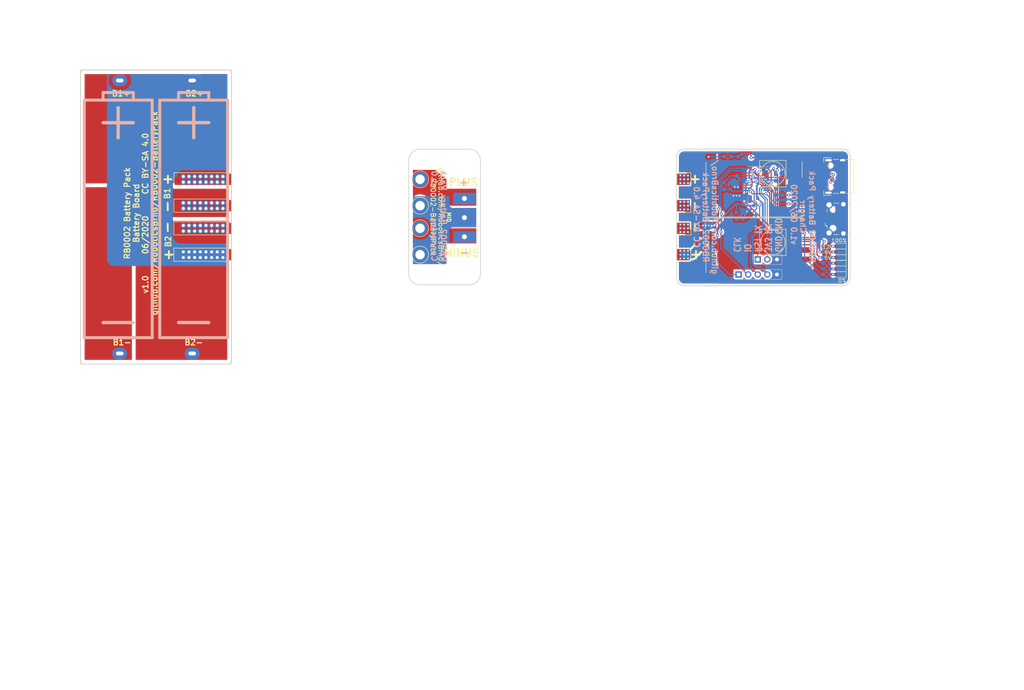
<source format=kicad_pcb>
(kicad_pcb (version 20211014) (generator pcbnew)
  (layers (0 "F.Cu" signal) (31 "B.Cu" signal) (34 "B.Paste" user) (35 "F.Paste" user) (36 "B.SilkS" user "B.Silkscreen") (37 "F.SilkS" user "F.Silkscreen") (38 "B.Mask" user) (39 "F.Mask" user) (44 "Edge.Cuts" user))
  (net 0 "")
  (net 1 "+3V3")
  (net 2 "GND")
  (net 3 "VBUS")
  (net 4 "Net-(D1-Pad2)")
  (net 5 "Net-(D2-Pad2)")
  (net 6 "Net-(D3-Pad2)")
  (net 7 "D+")
  (net 8 "D-")
  (net 9 "RST")
  (net 10 "SWCLK")
  (net 11 "SWDIO")
  (net 12 "RX")
  (net 13 "TX")
  (net 14 "Net-(J14-Pad1)")
  (net 15 "Net-(J16-Pad1)")
  (net 16 "Net-(R5-Pad1)")
  (net 17 "Net-(R6-Pad1)")
  (net 18 "Net-(R7-Pad1)")
  (net 19 "/VBUS_SENSE")
  (net 20 "/OUT+")
  (net 21 "/MID")
  (net 22 "/OUT-")
  (net 23 "/BP_B2+")
  (net 24 "/BP_B2-")
  (net 25 "/BP_B1-")
  (net 26 "/BP_B1+")
  (net 27 "BAT1+")
  (net 28 "Net-(D4-Pad2)")
  (net 29 "Net-(D5-Pad2)")
  (net 30 "Net-(D6-Pad2)")
  (net 31 "BAT2+")
  (net 32 "BAT2_V")
  (net 33 "BAT1_V")
  (net 34 "Net-(R14-Pad1)")
  (net 35 "Net-(R15-Pad1)")
  (net 36 "Net-(R16-Pad1)")
  (footprint "Connector_USB:USB_Micro-B_Wuerth_629105150521_CircularHoles" (layer "F.Cu") (at 230.25 70.5 90)
    (fp_text reference "J1" hide)
    (fp_text value "Mirco USB")
  )
  (footprint "batteryPack:2mm_Banana-Socket" (layer "F.Cu") (at 70 80 -90)
    (fp_text reference "J9" hide)
    (fp_text value "B2+")
  )
  (footprint "batteryPack:2mm_Banana-Socket" (layer "F.Cu") (at 70 60 -90)
    (fp_text reference "J10" hide)
    (fp_text value "B1+")
  )
  (footprint "batteryPack:2mm_Banana-Socket" (layer "F.Cu") (at 70 67 -90)
    (fp_text reference "J11" hide)
    (fp_text value "B1-")
  )
  (footprint "batteryPack:2mm_Banana-Socket" (layer "F.Cu") (at 70 73 -90)
    (fp_text reference "J12" hide)
    (fp_text value "B2-")
  )
  (footprint "batteryPack:USB_C_Female-16Pin-HPJF" (layer "F.Cu") (at 227.25 59.25 90)
    (fp_text reference "P1" hide)
    (fp_text value "USB-C")
  )
  (footprint "batteryPack:TP5100-Module" (layer "F.Cu") (at 208.5 79.25 180)
    (fp_text reference "U4" hide)
    (fp_text value "TP5100-Module")
  )
  (footprint "batteryPack:2mm_Banana-Vertical" (layer "F.Cu") (at 120 67)
    (fp_text reference "J3" hide)
    (fp_text value "B1-")
  )
  (footprint "batteryPack:2mm_Banana-Vertical" (layer "F.Cu") (at 120 80)
    (fp_text reference "J5" hide)
    (fp_text value "B2+")
  )
  (footprint "MountingHole:MountingHole_3.2mm_M3" (layer "F.Cu") (at 129 56)
    (fp_text reference "H1" hide)
    (fp_text value "MountingHole")
  )
  (footprint "MountingHole:MountingHole_3.2mm_M3" (layer "F.Cu") (at 129 84)
    (fp_text reference "H2" hide)
    (fp_text value "MountingHole")
  )
  (footprint "batteryPack:Terminal_1x03_P5.08mm_Horizontal" (layer "F.Cu") (at 131.75 75.25 90)
    (fp_text reference "J6" hide)
    (fp_text value "CableConnector")
  )
  (footprint "batteryPack:2mm_Banana-Vertical" (layer "F.Cu") (at 120 73)
    (fp_text reference "J4" hide)
    (fp_text value "B2-")
  )
  (footprint "batteryPack:2mm_Banana-Vertical" (layer "F.Cu") (at 120 60)
    (fp_text reference "J2" hide)
    (fp_text value "B1+")
  )
  (footprint "batteryPack:TP5100-Module" (layer "F.Cu") (at 208.5 61 180)
    (fp_text reference "U1" hide)
    (fp_text value "TP5100-Module")
  )
  (footprint "LED_SMD:LED_0603_1608Metric_Pad1.05x0.95mm_HandSolder" (layer "F.Cu") (at 231.25 77.75 180)
    (fp_text reference "D3" hide)
    (fp_text value "LED_12V")
  )
  (footprint "batteryPack:2mm_Banana-Plug" (layer "F.Cu") (at 188 67 90)
    (fp_text reference "J14" hide)
    (fp_text value "B1-")
  )
  (footprint "batteryPack:2mm_Banana-Plug" (layer "F.Cu") (at 188 60 90)
    (fp_text reference "J13" hide)
    (fp_text value "B1+")
  )
  (footprint "batteryPack:2mm_Banana-Plug" (layer "F.Cu") (at 188 73 90)
    (fp_text reference "J16" hide)
    (fp_text value "B2-")
  )
  (footprint "batteryPack:2mm_Banana-Plug" (layer "F.Cu") (at 188 80 90)
    (fp_text reference "J15" hide)
    (fp_text value "B2+")
  )
  (footprint "LED_SMD:LED_0603_1608Metric_Pad1.05x0.95mm_HandSolder" (layer "F.Cu") (at 231.25 79.25 180)
    (fp_text reference "D2" hide)
    (fp_text value "LED_9V")
  )
  (footprint "LED_SMD:LED_0603_1608Metric_Pad1.05x0.95mm_HandSolder" (layer "F.Cu") (at 231.25 82.25 180)
    (fp_text reference "D4" hide)
    (fp_text value "LED_40%")
  )
  (footprint "LED_SMD:LED_0603_1608Metric_Pad1.05x0.95mm_HandSolder" (layer "F.Cu") (at 231.25 83.75 180)
    (fp_text reference "D5" hide)
    (fp_text value "LED_20%")
  )
  (footprint "LED_SMD:LED_0603_1608Metric_Pad1.05x0.95mm_HandSolder" (layer "F.Cu") (at 231.25 85.25 180)
    (fp_text reference "D6" hide)
    (fp_text value "LED_0%")
  )
  (footprint "LED_SMD:LED_0603_1608Metric_Pad1.05x0.95mm_HandSolder" (layer "F.Cu") (at 231.25 80.75 180)
    (fp_text reference "D1" hide)
    (fp_text value "LED_5V")
  )
  (footprint "batteryPack:BAT_BK-18650-PC4" (layer "B.Cu") (at 50 70 -90)
    (fp_text reference "BT1" hide)
    (fp_text value "BK-18650-PC4")
  )
  (footprint "Capacitor_SMD:C_0603_1608Metric_Pad1.05x0.95mm_HandSolder" (layer "B.Cu") (at 204 60 90)
    (fp_text reference "C1" hide)
    (fp_text value "470n")
  )
  (footprint "Capacitor_SMD:C_0603_1608Metric_Pad1.05x0.95mm_HandSolder" (layer "B.Cu") (at 205.75 65.75 -90)
    (fp_text reference "C2" hide)
    (fp_text value "470n")
  )
  (footprint "Connector_PinHeader_2.54mm:PinHeader_1x05_P2.54mm_Vertical" (layer "B.Cu") (at 204.42 85.25 -90)
    (fp_text reference "J7" hide)
    (fp_text value "SWD")
  )
  (footprint "Connector_PinHeader_2.54mm:PinHeader_1x03_P2.54mm_Vertical" (layer "B.Cu") (at 209.5 81.25 -90)
    (fp_text reference "J8" hide)
    (fp_text value "UART")
  )
  (footprint "Resistor_SMD:R_0603_1608Metric_Pad1.05x0.95mm_HandSolder" (layer "B.Cu") (at 200.5 61.75 -90)
    (fp_text reference "R1" hide)
    (fp_text value "10k")
  )
  (footprint "Resistor_SMD:R_0603_1608Metric_Pad1.05x0.95mm_HandSolder" (layer "B.Cu") (at 202.25 61.75 90)
    (fp_text reference "R2" hide)
    (fp_text value "2k4")
  )
  (footprint "Resistor_SMD:R_0603_1608Metric_Pad1.05x0.95mm_HandSolder" (layer "B.Cu") (at 214.25 63.25 -90)
    (fp_text reference "R3" hide)
    (fp_text value "10k")
  )
  (footprint "Resistor_SMD:R_0603_1608Metric_Pad1.05x0.95mm_HandSolder" (layer "B.Cu") (at 216 63.25 90)
    (fp_text reference "R4" hide)
    (fp_text value "2k4")
  )
  (footprint "Resistor_SMD:R_0603_1608Metric_Pad1.05x0.95mm_HandSolder" (layer "B.Cu") (at 214.25 59.5 -90)
    (fp_text reference "R8" hide)
    (fp_text value "62k")
  )
  (footprint "Resistor_SMD:R_0603_1608Metric_Pad1.05x0.95mm_HandSolder" (layer "B.Cu") (at 216 59.5 90)
    (fp_text reference "R9" hide)
    (fp_text value "10k")
  )
  (footprint "Resistor_SMD:R_0603_1608Metric_Pad1.05x0.95mm_HandSolder" (layer "B.Cu") (at 227.75 80.75)
    (fp_text reference "R5" hide)
    (fp_text value "1k")
  )
  (footprint "Package_SO:TSSOP-20_4.4x6.5mm_P0.65mm" (layer "B.Cu") (at 208.75 60 180)
    (fp_text reference "U2" hide)
    (fp_text value "STM32F030F4Px")
  )
  (footprint "Resistor_SMD:R_0603_1608Metric_Pad1.05x0.95mm_HandSolder" (layer "B.Cu") (at 227.75 77.75)
    (fp_text reference "R7" hide)
    (fp_text value "1k")
  )
  (footprint "Resistor_SMD:R_0603_1608Metric_Pad1.05x0.95mm_HandSolder" (layer "B.Cu") (at 203.85 69.65 -90)
    (fp_text reference "R10" hide)
    (fp_text value "10k")
  )
  (footprint "Resistor_SMD:R_0603_1608Metric_Pad1.05x0.95mm_HandSolder" (layer "B.Cu") (at 205.55 69.65 90)
    (fp_text reference "R11" hide)
    (fp_text value "20k")
  )
  (footprint "Resistor_SMD:R_0603_1608Metric_Pad1.05x0.95mm_HandSolder" (layer "B.Cu") (at 201.55 53.95)
    (fp_text reference "R12" hide)
    (fp_text value "10k")
  )
  (footprint "Resistor_SMD:R_0603_1608Metric_Pad1.05x0.95mm_HandSolder" (layer "B.Cu") (at 205.25 53.95)
    (fp_text reference "R13" hide)
    (fp_text value "20k")
  )
  (footprint "Resistor_SMD:R_0603_1608Metric_Pad1.05x0.95mm_HandSolder" (layer "B.Cu") (at 227.75 82.25)
    (fp_text reference "R14" hide)
    (fp_text value "1k")
  )
  (footprint "Resistor_SMD:R_0603_1608Metric_Pad1.05x0.95mm_HandSolder" (layer "B.Cu") (at 227.75 83.75)
    (fp_text reference "R15" hide)
    (fp_text value "1k")
  )
  (footprint "Resistor_SMD:R_0603_1608Metric_Pad1.05x0.95mm_HandSolder" (layer "B.Cu") (at 227.75 85.25)
    (fp_text reference "R16" hide)
    (fp_text value "1k")
  )
  (footprint "Package_TO_SOT_SMD:SOT-23" (layer "B.Cu") (at 208.5 66 -90)
    (fp_text reference "U3" hide)
    (fp_text value "XC6206P332MR")
  )
  (footprint "Resistor_SMD:R_0603_1608Metric_Pad1.05x0.95mm_HandSolder" (layer "B.Cu") (at 227.75 79.25)
    (fp_text reference "R6" hide)
    (fp_text value "1k")
  )
  (gr_line (start 69 39) (end 69 102) (layer "B.SilkS") (width 0.8))
  (gr_line (start 56 45) (end 64 45) (layer "B.SilkS") (width 0.8))
  (gr_line (start 64 37) (end 64 39) (layer "B.SilkS") (width 0.8))
  (gr_line (start 60 41) (end 60 49) (layer "B.SilkS") (width 0.8))
  (gr_line (start 56 37) (end 64 37) (layer "B.SilkS") (width 0.8))
  (gr_line (start 56 39) (end 56 37) (layer "B.SilkS") (width 0.8))
  (gr_line (start 51 102) (end 51 39) (layer "B.SilkS") (width 0.8))
  (gr_line (start 69 102) (end 51 102) (layer "B.SilkS") (width 0.8))
  (gr_line (start 51 39) (end 69 39) (layer "B.SilkS") (width 0.8))
  (gr_line (start 56 98) (end 64 98) (layer "B.SilkS") (width 0.8))
  (gr_line (start 36 45) (end 44 45) (layer "B.SilkS") (width 0.8))
  (gr_line (start 40 41) (end 40 49) (layer "B.SilkS") (width 0.8))
  (gr_line (start 31 39) (end 49 39) (layer "B.SilkS") (width 0.8))
  (gr_line (start 36 37) (end 44 37) (layer "B.SilkS") (width 0.8))
  (gr_line (start 31 102) (end 31 39) (layer "B.SilkS") (width 0.8))
  (gr_line (start 49 39) (end 49 102) (layer "B.SilkS") (width 0.8))
  (gr_line (start 49 102) (end 31 102) (layer "B.SilkS") (width 0.8))
  (gr_line (start 36 98) (end 44 98) (layer "B.SilkS") (width 0.8))
  (gr_line (start 44 37) (end 44 39) (layer "B.SilkS") (width 0.8))
  (gr_line (start 36 39) (end 36 37) (layer "B.SilkS") (width 0.8))
  (gr_line (start 35.975 45) (end 43.975 45) (layer "F.SilkS") (width 0.8))
  (gr_line (start 39.975 49) (end 39.975 41) (layer "F.SilkS") (width 0.8))
  (gr_line (start 60.025 48.975) (end 60.025 40.975) (layer "F.SilkS") (width 0.8))
  (gr_line (start 56.025 44.975) (end 64.025 44.975) (layer "F.SilkS") (width 0.8))
  (gr_line (start 55.975 98) (end 63.975 98) (layer "F.SilkS") (width 0.8))
  (gr_line (start 36 98) (end 44 98) (layer "F.SilkS") (width 0.8))
  (gr_line (start 234 54) (end 234 86.25) (layer "Edge.Cuts") (width 0.2))
  (gr_line (start 136 55) (end 136 85) (layer "Edge.Cuts") (width 0.2))
  (gr_line (start 117 85) (end 117 55) (layer "Edge.Cuts") (width 0.2))
  (gr_line (start 120 52) (end 133 52) (layer "Edge.Cuts") (width 0.2))
  (gr_line (start 133 88) (end 120 88) (layer "Edge.Cuts") (width 0.2))
  (gr_arc (start 136 85) (mid 135.12132 87.12132) (end 133 88) (layer "Edge.Cuts") (width 0.2))
  (gr_arc (start 120 88) (mid 117.87868 87.12132) (end 117 85) (layer "Edge.Cuts") (width 0.2))
  (gr_arc (start 117 55) (mid 117.87868 52.87868) (end 120 52) (layer "Edge.Cuts") (width 0.2))
  (gr_arc (start 31 109) (mid 30.292893 108.707107) (end 30 108) (layer "Edge.Cuts") (width 0.2))
  (gr_arc (start 30 32) (mid 30.292893 31.292893) (end 31 31) (layer "Edge.Cuts") (width 0.2))
  (gr_arc (start 69 31) (mid 69.707107 31.292893) (end 70 32) (layer "Edge.Cuts") (width 0.2))
  (gr_arc (start 232 52) (mid 233.414214 52.585786) (end 234 54) (layer "Edge.Cuts") (width 0.2))
  (gr_arc (start 188 54) (mid 188.585786 52.585786) (end 190 52) (layer "Edge.Cuts") (width 0.2))
  (gr_arc (start 190 88.25) (mid 188.585786 87.664214) (end 188 86.25) (layer "Edge.Cuts") (width 0.2))
  (gr_arc (start 234 86.25) (mid 233.414214 87.664214) (end 232 88.25) (layer "Edge.Cuts") (width 0.2))
  (gr_line (start 69 31) (end 31 31) (layer "Edge.Cuts") (width 0.2))
  (gr_line (start 31 109) (end 69 109) (layer "Edge.Cuts") (width 0.2))
  (gr_arc (start 70 108) (mid 69.707107 108.707107) (end 69 109) (layer "Edge.Cuts") (width 0.2))
  (gr_line (start 190 52) (end 232 52) (layer "Edge.Cuts") (width 0.2))
  (gr_arc (start 133 52) (mid 135.12132 52.87868) (end 136 55) (layer "Edge.Cuts") (width 0.2))
  (gr_line (start 232 88.25) (end 190 88.25) (layer "Edge.Cuts") (width 0.2))
  (gr_line (start 70 32) (end 70 108) (layer "Edge.Cuts") (width 0.2))
  (gr_line (start 188 86.25) (end 188 54) (layer "Edge.Cuts") (width 0.2))
  (gr_line (start 30 32) (end 30 108) (layer "Edge.Cuts") (width 0.2))
  (gr_text "GND\nRX\nTX" (at 212.25 74.75 270) (layer "B.SilkS") (effects (font (size 1.7 1.4) (thickness 0.3)) (justify left mirror)))
  (gr_text "github.com/RoboticsBrno/\nRB0002-BatteryPack\nCC BY-SA 4.0" (at 195.709 70.037 270) (layer "B.SilkS") (effects (font (size 1.5 1.5) (thickness 0.3)) (justify mirror)))
  (gr_text "RB0002 Battery Pack\nConnector       v1.0" (at 125 69.75 270) (layer "B.SilkS") (effects (font (size 1.5 1.5) (thickness 0.3)) (justify mirror)))
  (gr_text "RB0002 Battery Pack\nCharger\n v1.0 06/2020" (at 221.49 69.91 270) (layer "B.SilkS") (effects (font (size 1.5 1.5) (thickness 0.3)) (justify mirror)))
  (gr_text "+" (at 131.574 60.766) (layer "B.SilkS") (effects (font (size 2 2) (thickness 0.4)) (justify mirror)))
  (gr_text "-" (at 131.955 79.435) (layer "B.SilkS") (effects (font (size 2 2) (thickness 0.4)) (justify mirror)))
  (gr_text "GND\n3V3\nRST\nIO\nCLK" (at 209.5 79.5 270) (layer "B.SilkS") (effects (font (size 1.7 1.4) (thickness 0.3)) (justify left mirror)))
  (gr_text "MINUS" (at 131 79.5) (layer "F.SilkS") (effects (font (size 2 2) (thickness 0.4))))
  (gr_text "+" (at 53 60 90) (layer "F.SilkS") (effects (font (size 2.5 2.5) (thickness 0.5))))
  (gr_text "_" (at 51.75 67.25 90) (layer "F.SilkS") (effects (font (size 2.5 2.5) (thickness 0.5))))
  (gr_text "_" (at 51.75 72.75 90) (layer "F.SilkS") (effects (font (size 2.5 2.5) (thickness 0.5))))
  (gr_text "+" (at 53.25 80 90) (layer "F.SilkS") (effects (font (size 2.5 2.5) (thickness 0.5))))
  (gr_text "B2" (at 53.25 76.5 90) (layer "F.SilkS") (effects (font (size 1.5 1.5) (thickness 0.3))))
  (gr_text "B1" (at 53 63.75 90) (layer "F.SilkS") (effects (font (size 1.5 1.5) (thickness 0.3))))
  (gr_text "B2+" (at 60.25 37.25) (layer "F.SilkS") (effects (font (size 1.5 1.5) (thickness 0.3))))
  (gr_text "B2-" (at 60 103.25) (layer "F.SilkS") (effects (font (size 1.5 1.5) (thickness 0.3))))
  (gr_text "B1-" (at 41 103.25) (layer "F.SilkS") (effects (font (size 1.5 1.5) (thickness 0.3))))
  (gr_text "github.com/RoboticsBrno/\nRB0002-BatteryPack" (at 124.5 70 270) (layer "F.SilkS") (effects (font (size 1.3 1.3) (thickness 0.2))))
  (gr_text "0%" (at 231.85 86.85) (layer "F.SilkS") (effects (font (size 1 1))))
  (gr_text "_" (at 191.45 67.25 90) (layer "F.SilkS") (effects (font (size 2.5 2.5) (thickness 0.5))))
  (gr_text "+" (at 192.7 60 90) (layer "F.SilkS") (effects (font (size 2.5 2.5) (thickness 0.5))))
  (gr_text "_" (at 191.45 72.75 90) (layer "F.SilkS") (effects (font (size 2.5 2.5) (thickness 0.5))))
  (gr_text "+" (at 192.95 80 90) (layer "F.SilkS") (effects (font (size 2.5 2.5) (thickness 0.5))))
  (gr_text "MID" (at 127.637 70.037 270) (layer "F.SilkS") (effects (font (size 1 1) (thickness 0.25))))
  (gr_text "B1+" (at 40.75 37.25) (layer "F.SilkS") (effects (font (size 1.5 1.5) (thickness 0.3))))
  (gr_text "12V\n9V\n5V\n" (at 228.05 79.45) (layer "F.SilkS") (effects (font (size 0.9 1))))
  (gr_text "PLUS" (at 131.5 60.75) (layer "F.SilkS") (effects (font (size 2 2) (thickness 0.4))))
  (gr_text "100%" (at 231.05 76.25) (layer "F.SilkS") (effects (font (size 1 1))))
  (gr_text "RB0002 Battery Pack\nBattery Board\nv1.0     06/2020     CC BY-SA 4.0\ngithub.com/RoboticsBrno/RB0002-BatteryPack" (at 46 69 90) (layer "F.SilkS") (effects (font (size 1.5 1.5) (thickness 0.3))))
  (segment (start 209.849507 60.298049) (end 209.301458 59.75) (width 0.5) (layer "B.Cu") (net 1))
  (segment (start 212 85) (end 210.25 83.25) (width 0.5) (layer "B.Cu") (net 1))
  (segment (start 216.5 59.5) (end 216.82501 59.82501) (width 0.3) (layer "B.Cu") (net 1))
  (segment (start 211.6125 59.675) (end 212.45 59.675) (width 0.3) (layer "B.Cu") (net 1))
  (segment (start 207.947625 59.861805) (end 209.138195 59.861805) (width 0.25) (layer "B.Cu") (net 1))
  (segment (start 209.301458 59.75) (end 209.25 59.75) (width 0.5) (layer "B.Cu") (net 1))
  (segment (start 204.55 59.675) (end 205.8875 59.675) (width 0.3) (layer "B.Cu") (net 1))
  (segment (start 212.45 59.675) (end 212.625 59.5) (width 0.3) (layer "B.Cu") (net 1))
  (segment (start 209.290589 59.709411) (end 210.562355 59.709411) (width 0.25) (layer "B.Cu") (net 1))
  (segment (start 210.850012 66.450012) (end 209.45 65.05) (width 0.5) (layer "B.Cu") (net 1))
  (segment (start 209.249979 61.685047) (end 209.849507 61.085519) (width 0.5) (layer "B.Cu") (net 1))
  (segment (start 216.82501 59.82501) (end 216.82501 60.92499) (width 0.3) (layer "B.Cu") (net 1))
  (segment (start 200.5 60.875) (end 202.25 59.125) (width 0.3) (layer "B.Cu") (net 1))
  (segment (start 212.625 59.5) (end 216.5 59.5) (width 0.3) (layer "B.Cu") (net 1))
  (segment (start 216.49999 61.25001) (end 215.37499 61.25001) (width 0.3) (layer "B.Cu") (net 1))
  (segment (start 214.749072 61.875928) (end 214.25 62.375) (width 0.3) (layer "B.Cu") (net 1))
  (segment (start 212 85.25) (end 212 85) (width 0.5) (layer "B.Cu") (net 1))
  (segment (start 202.25 59.125) (end 204 59.125) (width 0.3) (layer "B.Cu") (net 1))
  (segment (start 204 59.125) (end 204.55 59.675) (width 0.3) (layer "B.Cu") (net 1))
  (segment (start 215.37499 61.25001) (end 214.749072 61.875928) (width 0.3) (layer "B.Cu") (net 1))
  (segment (start 209.249979 64.799979) (end 209.249979 61.685047) (width 0.5) (layer "B.Cu") (net 1))
  (segment (start 209.138195 59.861805) (end 209.25 59.75) (width 0.25) (layer "B.Cu") (net 1))
  (segment (start 207.76082 59.675) (end 207.947625 59.861805) (width 0.25) (layer "B.Cu") (net 1))
  (segment (start 210.562355 59.709411) (end 211.675 59.675) (width 0.25) (layer "B.Cu") (net 1))
  (segment (start 209.849507 61.085519) (end 209.849507 60.298049) (width 0.5) (layer "B.Cu") (net 1))
  (segment (start 208.199999 82.460001) (end 208.199999 75.250001) (width 0.5) (layer "B.Cu") (net 1))
  (segment (start 210.25 83.25) (end 208.989998 83.25) (width 0.5) (layer "B.Cu") (net 1))
  (segment (start 208.199999 75.250001) (end 210.850012 72.599988) (width 0.5) (layer "B.Cu") (net 1))
  (segment (start 209.25 59.75) (end 209.290589 59.709411) (width 0.25) (layer "B.Cu") (net 1))
  (segment (start 209.45 65.05) (end 209.45 65) (width 0.5) (layer "B.Cu") (net 1))
  (segment (start 205.8875 59.675) (end 207.76082 59.675) (width 0.25) (layer "B.Cu") (net 1))
  (segment (start 216.82501 60.92499) (end 216.49999 61.25001) (width 0.3) (layer "B.Cu") (net 1))
  (segment (start 209.45 65) (end 209.249979 64.799979) (width 0.5) (layer "B.Cu") (net 1))
  (segment (start 208.989998 83.25) (end 208.199999 82.460001) (width 0.5) (layer "B.Cu") (net 1))
  (segment (start 210.850012 72.599988) (end 210.850012 66.450012) (width 0.5) (layer "B.Cu") (net 1))
  (segment (start 228.35 66.825) (end 228.4 66.775) (width 0.25) (layer "F.Cu") (net 2))
  (segment (start 227.25 62.6) (end 227.25 62.3) (width 0.25) (layer "F.Cu") (net 2))
  (segment (start 227.25 56.2) (end 227.25 55.9) (width 0.25) (layer "F.Cu") (net 2))
  (segment (start 228.35 69.2) (end 228.35 66.825) (width 0.25) (layer "F.Cu") (net 2))
  (via (at 219.75 67.5) (size 0.8) (drill 0.4) (layers "F.Cu" "B.Cu") (net 2))
  (via (at 219.75 68.5) (size 0.8) (drill 0.4) (layers "F.Cu" "B.Cu") (net 2))
  (via (at 220.75 67.5) (size 0.8) (drill 0.4) (layers "F.Cu" "B.Cu") (net 2))
  (via (at 220.75 68.5) (size 0.8) (drill 0.4) (layers "F.Cu" "B.Cu") (net 2))
  (via (at 221.75 67.5) (size 0.8) (drill 0.4) (layers "F.Cu" "B.Cu") (net 2))
  (via (at 204.65 64.35) (size 0.8) (drill 0.4) (layers "F.Cu" "B.Cu") (net 2))
  (via (at 210.15 56.65) (size 0.8) (drill 0.4) (layers "F.Cu" "B.Cu") (net 2))
  (via (at 221.75 68.5) (size 0.8) (drill 0.4) (layers "F.Cu" "B.Cu") (net 2))
  (via (at 203.85 64.35) (size 0.8) (drill 0.4) (layers "F.Cu" "B.Cu") (net 2))
  (via (at 203.37497 62) (size 0.8) (drill 0.4) (layers "F.Cu" "B.Cu") (net 2))
  (via (at 208.45 69.85) (size 0.8) (drill 0.4) (layers "F.Cu" "B.Cu") (net 2))
  (via (at 206.65 68.55) (size 0.8) (drill 0.4) (layers "F.Cu" "B.Cu") (net 2))
  (via (at 216.050004 57.45) (size 0.8) (drill 0.4) (layers "F.Cu" "B.Cu") (net 2))
  (via (at 204.25 62.05) (size 0.8) (drill 0.4) (layers "F.Cu" "B.Cu") (net 2))
  (via (at 203.05 64.35) (size 0.8) (drill 0.4) (layers "F.Cu" "B.Cu") (net 2))
  (segment (start 204 61.4) (end 203.4 62) (width 0.3) (layer "B.Cu") (net 2))
  (segment (start 216 57.500004) (end 216.050004 57.45) (width 0.3) (layer "B.Cu") (net 2))
  (segment (start 218 62.25) (end 217.875 62.375) (width 0.25) (layer "B.Cu") (net 2))
  (segment (start 204.55 60.325) (end 204 60.875) (width 0.3) (layer "B.Cu") (net 2))
  (segment (start 205.55 68.775) (end 206.425 68.775) (width 0.3) (layer "B.Cu") (net 2))
  (segment (start 210.575 57.075) (end 210.15 56.65) (width 0.3) (layer "B.Cu") (net 2))
  (segment (start 218 60.15) (end 218 62.25) (width 0.25) (layer "B.Cu") (net 2))
  (segment (start 206.425 68.775) (end 206.65 68.55) (width 0.3) (layer "B.Cu") (net 2))
  (segment (start 206.625 64.25) (end 206.625 65.125) (width 0.5) (layer "B.Cu") (net 2))
  (segment (start 217.875 62.375) (end 216 62.375) (width 0.25) (layer "B.Cu") (net 2))
  (segment (start 206.625 65.725) (end 207 66.1) (width 0.5) (layer "B.Cu") (net 2))
  (segment (start 206.625 65.125) (end 206.625 65.725) (width 0.5) (layer "B.Cu") (net 2))
  (segment (start 205.8875 60.325) (end 204.55 60.325) (width 0.3) (layer "B.Cu") (net 2))
  (segment (start 216 58.625) (end 216 57.500004) (width 0.3) (layer "B.Cu") (net 2))
  (segment (start 216.475 58.625) (end 218 60.15) (width 0.25) (layer "B.Cu") (net 2))
  (segment (start 211.6125 57.075) (end 210.575 57.075) (width 0.3) (layer "B.Cu") (net 2))
  (segment (start 217.71728 62.375) (end 218.09228 62) (width 0.3) (layer "B.Cu") (net 2))
  (segment (start 216 58.625) (end 216.475 58.625) (width 0.25) (layer "B.Cu") (net 2))
  (segment (start 216 62.375) (end 217.71728 62.375) (width 0.3) (layer "B.Cu") (net 2))
  (segment (start 203.4 62) (end 203.37497 62) (width 0.3) (layer "B.Cu") (net 2))
  (segment (start 204 60.875) (end 204 61.4) (width 0.3) (layer "B.Cu") (net 2))
  (segment (start 202.25 60.875) (end 204 60.875) (width 0.3) (layer "B.Cu") (net 2))
  (segment (start 216.100011 59.767991) (end 216.100011 68.850011) (width 2) (layer "F.Cu") (net 3))
  (segment (start 220.361283 72.25) (end 219.5 72.25) (width 2) (layer "F.Cu") (net 3))
  (segment (start 219.5 56.368002) (end 216.100011 59.767991) (width 2) (layer "F.Cu") (net 3))
  (segment (start 219.5 54) (end 219.5 56.368002) (width 2) (layer "F.Cu") (net 3))
  (segment (start 216.100011 68.850011) (end 219.5 72.25) (width 2) (layer "F.Cu") (net 3))
  (segment (start 219.5 54) (end 217.647514 54) (width 0.3) (layer "F.Cu") (net 3))
  (segment (start 214.629659 57.017855) (end 214.629659 57.58354) (width 0.3) (layer "F.Cu") (net 3))
  (segment (start 217.647514 54) (end 214.629659 57.017855) (width 0.3) (layer "F.Cu") (net 3))
  (via (at 214.629659 57.58354) (size 0.8) (drill 0.4) (layers "F.Cu" "B.Cu") (net 3))
  (segment (start 214.25 57.963199) (end 214.629659 57.58354) (width 0.3) (layer "B.Cu") (net 3))
  (segment (start 214.25 58.625) (end 214.25 57.963199) (width 0.3) (layer "B.Cu") (net 3))
  (segment (start 229.5 80.75) (end 230.5 80.75) (width 0.25) (layer "F.Cu") (net 4))
  (via (at 229.5 80.75) (size 0.8) (drill 0.4) (layers "F.Cu" "B.Cu") (net 4))
  (segment (start 228.625 80.75) (end 229.5 80.75) (width 0.25) (layer "B.Cu") (net 4))
  (segment (start 230.375 79.25) (end 229.5 79.25) (width 0.25) (layer "F.Cu") (net 5))
  (via (at 229.5 79.25) (size 0.8) (drill 0.4) (layers "F.Cu" "B.Cu") (net 5))
  (segment (start 229.5 79.25) (end 228.5 79.25) (width 0.25) (layer "B.Cu") (net 5))
  (segment (start 230.25 77.75) (end 230.5 77.75) (width 0.25) (layer "F.Cu") (net 6))
  (segment (start 229.5 77.75) (end 230.25 77.75) (width 0.25) (layer "F.Cu") (net 6))
  (via (at 229.5 77.75) (size 0.8) (drill 0.4) (layers "F.Cu" "B.Cu") (net 6))
  (segment (start 228.625 77.75) (end 229.5 77.75) (width 0.25) (layer "B.Cu") (net 6))
  (segment (start 228.844212 60.73315) (end 228.844212 60.155788) (width 0.25) (layer "F.Cu") (net 7))
  (segment (start 224.5 64.914998) (end 223.777679 64.192677) (width 0.25) (layer "F.Cu") (net 7))
  (segment (start 223.777679 64.192677) (end 218.265706 64.192677) (width 0.25) (layer "F.Cu") (net 7))
  (segment (start 227.25 58.5) (end 229.25 58.5) (width 0.25) (layer "F.Cu") (net 7))
  (segment (start 229 60) (end 228.485003 59.5) (width 0.25) (layer "F.Cu") (net 7))
  (segment (start 229.25 58.5) (end 229.5 58.75) (width 0.25) (layer "F.Cu") (net 7))
  (segment (start 230.175001 61.189998) (end 229 60) (width 0.25) (layer "F.Cu") (net 7))
  (segment (start 218.265706 64.192677) (end 217.700021 64.192677) (width 0.25) (layer "F.Cu") (net 7))
  (segment (start 229.25 70.5) (end 230.175001 69.574999) (width 0.25) (layer "F.Cu") (net 7))
  (segment (start 228.844212 60.155788) (end 229 60) (width 0.25) (layer "F.Cu") (net 7))
  (segment (start 228.485003 59.5) (end 227.25 59.5) (width 0.25) (layer "F.Cu") (net 7))
  (segment (start 228.35 70.5) (end 229.25 70.5) (width 0.25) (layer "F.Cu") (net 7))
  (segment (start 227.45 70.5) (end 224.5 67.55) (width 0.25) (layer "F.Cu") (net 7))
  (segment (start 230.175001 69.574999) (end 230.175001 61.189998) (width 0.25) (layer "F.Cu") (net 7))
  (segment (start 228.35 70.5) (end 227.45 70.5) (width 0.25) (layer "F.Cu") (net 7))
  (segment (start 224.5 67.55) (end 224.5 64.914998) (width 0.25) (layer "F.Cu") (net 7))
  (via (at 217.700021 64.192677) (size 0.8) (drill 0.4) (layers "F.Cu" "B.Cu") (net 7))
  (via (at 229.5 58.75) (size 0.8) (drill 0.4) (layers "F.Cu" "B.Cu") (net 7))
  (via (at 228.844212 60.73315) (size 0.8) (drill 0.4) (layers "F.Cu" "B.Cu") (net 7))
  (segment (start 214.25 64.125) (end 216 64.125) (width 0.3) (layer "B.Cu") (net 7))
  (segment (start 217.632344 64.125) (end 217.700021 64.192677) (width 0.25) (layer "B.Cu") (net 7))
  (segment (start 211.6125 62.925) (end 213.05 62.925) (width 0.3) (layer "B.Cu") (net 7))
  (segment (start 216 64.125) (end 217.632344 64.125) (width 0.25) (layer "B.Cu") (net 7))
  (segment (start 213.05 62.925) (end 213.750928 63.625928) (width 0.3) (layer "B.Cu") (net 7))
  (segment (start 229.5 58.75) (end 229.5 60.077362) (width 0.25) (layer "B.Cu") (net 7))
  (segment (start 229.5 60.077362) (end 228.844212 60.73315) (width 0.25) (layer "B.Cu") (net 7))
  (segment (start 213.750928 63.625928) (end 214.25 64.125) (width 0.3) (layer "B.Cu") (net 7))
  (segment (start 208.051124 63.821818) (end 207.558248 63.328942) (width 0.25) (layer "F.Cu") (net 8))
  (segment (start 227.25 59) (end 228.636411 59) (width 0.25) (layer "F.Cu") (net 8))
  (segment (start 227.45 71.15) (end 224.04999 67.74999) (width 0.25) (layer "F.Cu") (net 8))
  (segment (start 224.04999 66.92499) (end 223.70001 66.57501) (width 0.25) (layer "F.Cu") (net 8))
  (segment (start 224.04999 67.74999) (end 224.04999 66.92499) (width 0.25) (layer "F.Cu") (net 8))
  (segment (start 225.924999 59.075001) (end 225.924999 59.924999) (width 0.25) (layer "F.Cu") (net 8))
  (segment (start 229.25 71.15) (end 228.35 71.15) (width 0.25) (layer "F.Cu") (net 8))
  (segment (start 226 59) (end 225.924999 59.075001) (width 0.25) (layer "F.Cu") (net 8))
  (segment (start 223.70001 66.57501) (end 217.78519 66.57501) (width 0.25) (layer "F.Cu") (net 8))
  (segment (start 226 60) (end 227.25 60) (width 0.25) (layer "F.Cu") (net 8))
  (segment (start 230.625012 60.988601) (end 230.625012 69.774988) (width 0.25) (layer "F.Cu") (net 8))
  (segment (start 228.35 71.15) (end 227.45 71.15) (width 0.25) (layer "F.Cu") (net 8))
  (segment (start 230.625012 69.774988) (end 229.25 71.15) (width 0.25) (layer "F.Cu") (net 8))
  (segment (start 228.636411 59) (end 230.625012 60.988601) (width 0.25) (layer "F.Cu") (net 8))
  (segment (start 211.64926 63.821818) (end 208.051124 63.821818) (width 0.25) (layer "F.Cu") (net 8))
  (segment (start 227.25 59) (end 226 59) (width 0.25) (layer "F.Cu") (net 8))
  (segment (start 217.78519 66.57501) (end 217.700021 66.489841) (width 0.25) (layer "F.Cu") (net 8))
  (segment (start 225.924999 59.924999) (end 226 60) (width 0.25) (layer "F.Cu") (net 8))
  (via (at 207.558248 63.328942) (size 0.8) (drill 0.4) (layers "F.Cu" "B.Cu") (net 8))
  (via (at 217.700021 66.489841) (size 0.8) (drill 0.4) (layers "F.Cu" "B.Cu") (net 8))
  (via (at 211.64926 63.821818) (size 0.8) (drill 0.4) (layers "F.Cu" "B.Cu") (net 8))
  (segment (start 207.154306 62.925) (end 207.558248 63.328942) (width 0.25) (layer "B.Cu") (net 8))
  (segment (start 217.700021 66.489841) (end 214.317283 66.489841) (width 0.25) (layer "B.Cu") (net 8))
  (segment (start 205.8875 62.925) (end 205.61679 63.19571) (width 0.3) (layer "B.Cu") (net 8))
  (segment (start 200.5 62.625) (end 202.25 62.625) (width 0.3) (layer "B.Cu") (net 8))
  (segment (start 212.049259 64.221817) (end 211.64926 63.821818) (width 0.25) (layer "B.Cu") (net 8))
  (segment (start 205.61679 63.19571) (end 202.82071 63.19571) (width 0.3) (layer "B.Cu") (net 8))
  (segment (start 202.82071 63.19571) (end 202.749072 63.124072) (width 0.3) (layer "B.Cu") (net 8))
  (segment (start 205.8875 62.925) (end 207.154306 62.925) (width 0.25) (layer "B.Cu") (net 8))
  (segment (start 202.749072 63.124072) (end 202.25 62.625) (width 0.3) (layer "B.Cu") (net 8))
  (segment (start 214.317283 66.489841) (end 212.049259 64.221817) (width 0.25) (layer "B.Cu") (net 8))
  (segment (start 210.00001 66.848674) (end 209.148674 66.848674) (width 0.3) (layer "F.Cu") (net 9))
  (segment (start 207.971855 61.805331) (end 207.971855 60.269192) (width 0.3) (layer "F.Cu") (net 9))
  (segment (start 206.808246 62.96894) (end 207.971855 61.805331) (width 0.3) (layer "F.Cu") (net 9))
  (segment (start 207.203999 59.501336) (end 207.203999 57.896001) (width 0.3) (layer "F.Cu") (net 9))
  (segment (start 207.203999 57.896001) (end 207.659393 57.440607) (width 0.3) (layer "F.Cu") (net 9))
  (segment (start 206.808246 64.508246) (end 206.808246 62.96894) (width 0.3) (layer "F.Cu") (net 9))
  (segment (start 209.148674 66.848674) (end 206.808246 64.508246) (width 0.3) (layer "F.Cu") (net 9))
  (segment (start 207.659393 57.440607) (end 208.755807 57.440607) (width 0.3) (layer "F.Cu") (net 9))
  (segment (start 207.971855 60.269192) (end 207.203999 59.501336) (width 0.3) (layer "F.Cu") (net 9))
  (via (at 208.755807 57.440607) (size 0.8) (drill 0.4) (layers "F.Cu" "B.Cu") (net 9))
  (via (at 210.00001 66.848674) (size 0.8) (drill 0.4) (layers "F.Cu" "B.Cu") (net 9))
  (segment (start 208.755807 58.021492) (end 208.755807 58.006292) (width 0.3) (layer "B.Cu") (net 9))
  (segment (start 209.5 85.25) (end 207.599988 83.349988) (width 0.3) (layer "B.Cu") (net 9))
  (segment (start 211.75 59.05) (end 209.784315 59.05) (width 0.3) (layer "B.Cu") (net 9))
  (segment (start 210.00001 72.49999) (end 210.00001 67.414359) (width 0.3) (layer "B.Cu") (net 9))
  (segment (start 208.755807 58.006292) (end 208.755807 57.440607) (width 0.3) (layer "B.Cu") (net 9))
  (segment (start 210.00001 67.414359) (end 210.00001 66.848674) (width 0.3) (layer "B.Cu") (net 9))
  (segment (start 207.599988 83.349988) (end 207.599988 74.900012) (width 0.3) (layer "B.Cu") (net 9))
  (segment (start 207.599988 74.900012) (end 210.00001 72.49999) (width 0.3) (layer "B.Cu") (net 9))
  (segment (start 209.784315 59.05) (end 208.755807 58.021492) (width 0.3) (layer "B.Cu") (net 9))
  (segment (start 199.100002 73.389994) (end 198.85 73.639996) (width 0.3) (layer "F.Cu") (net 10))
  (segment (start 198.85 74.284315) (end 198.85 74.85) (width 0.3) (layer "F.Cu") (net 10))
  (segment (start 199.100002 67.95) (end 199.100002 73.389994) (width 0.3) (layer "F.Cu") (net 10))
  (segment (start 198.85 73.639996) (end 198.85 74.284315) (width 0.3) (layer "F.Cu") (net 10))
  (via (at 199.100002 67.95) (size 0.8) (drill 0.4) (layers "F.Cu" "B.Cu") (net 10))
  (via (at 198.85 74.85) (size 0.8) (drill 0.4) (layers "F.Cu" "B.Cu") (net 10))
  (segment (start 205.05 57.075) (end 205.8875 57.075) (width 0.3) (layer "B.Cu") (net 10))
  (segment (start 198.85 82.08) (end 198.85 75.415685) (width 0.3) (layer "B.Cu") (net 10))
  (segment (start 204.25 85.25) (end 202.02 85.25) (width 0.3) (layer "B.Cu") (net 10))
  (segment (start 199.174979 67.309338) (end 199.174979 60.137033) (width 0.3) (layer "B.Cu") (net 10))
  (segment (start 202.02 85.25) (end 198.85 82.08) (width 0.3) (layer "B.Cu") (net 10))
  (segment (start 199.100002 67.95) (end 199.100002 67.384315) (width 0.3) (layer "B.Cu") (net 10))
  (segment (start 198.85 75.415685) (end 198.85 74.85) (width 0.3) (layer "B.Cu") (net 10))
  (segment (start 202.237012 57.075) (end 205.05 57.075) (width 0.3) (layer "B.Cu") (net 10))
  (segment (start 199.100002 67.384315) (end 199.174979 67.309338) (width 0.3) (layer "B.Cu") (net 10))
  (segment (start 199.174979 60.137033) (end 202.237012 57.075) (width 0.3) (layer "B.Cu") (net 10))
  (segment (start 199.850012 73.849994) (end 199.750006 73.95) (width 0.3) (layer "F.Cu") (net 11))
  (segment (start 199.850012 69.15) (end 199.850012 73.849994) (width 0.3) (layer "F.Cu") (net 11))
  (via (at 199.850012 69.15) (size 0.8) (drill 0.4) (layers "F.Cu" "B.Cu") (net 11))
  (via (at 199.750006 73.95) (size 0.8) (drill 0.4) (layers "F.Cu" "B.Cu") (net 11))
  (segment (start 199.750006 78.249994) (end 199.750006 74.515685) (width 0.3) (layer "B.Cu") (net 11))
  (segment (start 199.750006 78.25) (end 199.750006 78.295004) (width 0.25) (layer "B.Cu") (net 11))
  (segment (start 199.67499 67.414986) (end 199.850012 67.590008) (width 0.3) (layer "B.Cu") (net 11))
  (segment (start 199.67499 60.344144) (end 199.67499 67.414986) (width 0.3) (layer "B.Cu") (net 11))
  (segment (start 202.294134 57.725) (end 199.67499 60.344144) (width 0.3) (layer "B.Cu") (net 11))
  (segment (start 199.850012 67.590008) (end 199.850012 68.584315) (width 0.3) (layer "B.Cu") (net 11))
  (segment (start 205.8875 57.725) (end 202.294134 57.725) (width 0.3) (layer "B.Cu") (net 11))
  (segment (start 199.75 78.25) (end 199.750006 78.249994) (width 0.3) (layer "B.Cu") (net 11))
  (segment (start 199.850012 68.584315) (end 199.850012 69.15) (width 0.3) (layer "B.Cu") (net 11))
  (segment (start 199.750006 74.515685) (end 199.750006 73.95) (width 0.3) (layer "B.Cu") (net 11))
  (segment (start 199.750006 78.295004) (end 206.705002 85.25) (width 0.3) (layer "B.Cu") (net 11))
  (segment (start 212.04 81.25) (end 212.04 65.32256) (width 0.25) (layer "B.Cu") (net 12))
  (segment (start 212.04 65.32256) (end 210.45 63.73256) (width 0.3) (layer "B.Cu") (net 12))
  (segment (start 210.45 63.73256) (end 210.45 62.65) (width 0.3) (layer "B.Cu") (net 12))
  (segment (start 210.45 62.65) (end 210.825 62.275) (width 0.3) (layer "B.Cu") (net 12))
  (segment (start 210.825 62.275) (end 211.6125 62.275) (width 0.3) (layer "B.Cu") (net 12))
  (segment (start 209.94999 62.442888) (end 210.767878 61.625) (width 0.3) (layer "B.Cu") (net 13))
  (segment (start 209.5 74.798543) (end 211.450023 72.84852) (width 0.3) (layer "B.Cu") (net 13))
  (segment (start 211.450023 65.439705) (end 209.949989 63.939671) (width 0.3) (layer "B.Cu") (net 13))
  (segment (start 211.450023 72.84852) (end 211.450023 65.439705) (width 0.3) (layer "B.Cu") (net 13))
  (segment (start 210.875 61.625) (end 211.6125 61.625) (width 0.3) (layer "B.Cu") (net 13))
  (segment (start 209.949989 63.939671) (end 209.94999 62.442888) (width 0.3) (layer "B.Cu") (net 13))
  (segment (start 210.767878 61.625) (end 210.875 61.625) (width 0.3) (layer "B.Cu") (net 13))
  (segment (start 209.5 81.25) (end 209.5 74.798543) (width 0.25) (layer "B.Cu") (net 13))
  (segment (start 189.75 67) (end 189.75 67) (width 2) (layer "F.Cu") (net 14))
  (segment (start 192.75 68) (end 191 68) (width 2) (layer "F.Cu") (net 14))
  (segment (start 197.5 68) (end 192.75 68) (width 2) (layer "F.Cu") (net 14))
  (segment (start 190 67) (end 189.75 67) (width 2) (layer "F.Cu") (net 14))
  (segment (start 191 68) (end 190 67) (width 2) (layer "F.Cu") (net 14))
  (via (at 189 67) (size 0.8) (drill 0.4) (layers "F.Cu" "B.Cu") (net 14))
  (via (at 189 68) (size 0.8) (drill 0.4) (layers "F.Cu" "B.Cu") (net 14))
  (via (at 189 66) (size 0.8) (drill 0.4) (layers "F.Cu" "B.Cu") (net 14))
  (via (at 191 68) (size 0.8) (drill 0.4) (layers "F.Cu" "B.Cu") (net 14))
  (via (at 191 67) (size 0.8) (drill 0.4) (layers "F.Cu" "B.Cu") (net 14))
  (via (at 191 66) (size 0.8) (drill 0.4) (layers "F.Cu" "B.Cu") (net 14))
  (via (at 190 68) (size 0.8) (drill 0.4) (layers "F.Cu" "B.Cu") (net 14))
  (via (at 190 67) (size 0.8) (drill 0.4) (layers "F.Cu" "B.Cu") (net 14))
  (via (at 190 66) (size 0.8) (drill 0.4) (layers "F.Cu" "B.Cu") (net 14))
  (segment (start 190 73) (end 197.5 80.5) (width 2) (layer "F.Cu") (net 15))
  (segment (start 197.5 80.5) (end 197.5 86.25) (width 2) (layer "F.Cu") (net 15))
  (via (at 190 72) (size 0.8) (drill 0.4) (layers "F.Cu" "B.Cu") (net 15))
  (via (at 191 74) (size 0.8) (drill 0.4) (layers "F.Cu" "B.Cu") (net 15))
  (via (at 190 74) (size 0.8) (drill 0.4) (layers "F.Cu" "B.Cu") (net 15))
  (via (at 191 73) (size 0.8) (drill 0.4) (layers "F.Cu" "B.Cu") (net 15))
  (via (at 189 73) (size 0.8) (drill 0.4) (layers "F.Cu" "B.Cu") (net 15))
  (via (at 189 72) (size 0.8) (drill 0.4) (layers "F.Cu" "B.Cu") (net 15))
  (via (at 189 74) (size 0.8) (drill 0.4) (layers "F.Cu" "B.Cu") (net 15))
  (via (at 190 73) (size 0.8) (drill 0.4) (layers "F.Cu" "B.Cu") (net 15))
  (via (at 191 72) (size 0.8) (drill 0.4) (layers "F.Cu" "B.Cu") (net 15))
  (segment (start 224.948872 76.458854) (end 225.200001 76.709983) (width 0.3) (layer "F.Cu") (net 16))
  (segment (start 212.649992 69.657112) (end 212.649959 69.657145) (width 0.3) (layer "F.Cu") (net 16))
  (segment (start 225.200001 76.709983) (end 225.200001 80.000013) (width 0.3) (layer "F.Cu") (net 16))
  (segment (start 212.200032 63.200032) (end 212.068662 63.200032) (width 0.3) (layer "F.Cu") (net 16))
  (segment (start 209.946147 61.077517) (end 209.399505 61.077517) (width 0.3) (layer "F.Cu") (net 16))
  (segment (start 217.330366 76.458854) (end 224.948872 76.458854) (width 0.3) (layer "F.Cu") (net 16))
  (segment (start 212.068662 63.200032) (end 209.946147 61.077517) (width 0.3) (layer "F.Cu") (net 16))
  (segment (start 212.649959 69.657145) (end 212.649959 71.778447) (width 0.3) (layer "F.Cu") (net 16))
  (segment (start 212.649992 63.649992) (end 212.200032 63.200032) (width 0.3) (layer "F.Cu") (net 16))
  (segment (start 225.200001 80.000013) (end 225.550001 80.350013) (width 0.3) (layer "F.Cu") (net 16))
  (segment (start 212.649992 69.657112) (end 212.649992 63.649992) (width 0.3) (layer "F.Cu") (net 16))
  (segment (start 225.550001 80.350013) (end 225.95 80.750012) (width 0.3) (layer "F.Cu") (net 16))
  (segment (start 212.649992 69.649992) (end 212.649992 69.657112) (width 0.3) (layer "F.Cu") (net 16))
  (segment (start 212.649959 71.778447) (end 217.330366 76.458854) (width 0.3) (layer "F.Cu") (net 16))
  (segment (start 209.399505 61.077517) (end 208.999506 60.677518) (width 0.3) (layer "F.Cu") (net 16))
  (via (at 208.999506 60.677518) (size 0.8) (drill 0.4) (layers "F.Cu" "B.Cu") (net 16))
  (via (at 225.95 80.750012) (size 0.8) (drill 0.4) (layers "F.Cu" "B.Cu") (net 16))
  (segment (start 208.433821 60.677518) (end 208.999506 60.677518) (width 0.3) (layer "B.Cu") (net 16))
  (segment (start 207.561339 61.55) (end 208.433821 60.677518) (width 0.3) (layer "B.Cu") (net 16))
  (segment (start 225.950012 80.75) (end 225.95 80.750012) (width 0.3) (layer "B.Cu") (net 16))
  (segment (start 226.875 80.75) (end 225.950012 80.75) (width 0.3) (layer "B.Cu") (net 16))
  (segment (start 205.85 61.55) (end 207.561339 61.55) (width 0.3) (layer "B.Cu") (net 16))
  (segment (start 209.112554 59.536802) (end 208.695626 59.536802) (width 0.3) (layer "F.Cu") (net 17))
  (segment (start 213.150002 71.571368) (end 213.150002 63.384317) (width 0.3) (layer "F.Cu") (net 17))
  (segment (start 208.695626 59.536802) (end 208.295627 59.136803) (width 0.3) (layer "F.Cu") (net 17))
  (segment (start 212.275774 62.700022) (end 209.112554 59.536802) (width 0.3) (layer "F.Cu") (net 17))
  (segment (start 225.950002 76.752862) (end 225.155983 75.958843) (width 0.3) (layer "F.Cu") (net 17))
  (segment (start 212.465708 62.700023) (end 212.275774 62.700022) (width 0.3) (layer "F.Cu") (net 17))
  (segment (start 217.537476 75.958842) (end 213.150002 71.571368) (width 0.3) (layer "F.Cu") (net 17))
  (segment (start 225.155983 75.958843) (end 217.537476 75.958842) (width 0.3) (layer "F.Cu") (net 17))
  (segment (start 213.150002 63.384317) (end 212.465708 62.700023) (width 0.3) (layer "F.Cu") (net 17))
  (segment (start 225.950002 79.25) (end 225.950002 76.752862) (width 0.3) (layer "F.Cu") (net 17))
  (via (at 208.295627 59.136803) (size 0.8) (drill 0.4) (layers "F.Cu" "B.Cu") (net 17))
  (via (at 225.950002 79.25) (size 0.8) (drill 0.4) (layers "F.Cu" "B.Cu") (net 17))
  (segment (start 207.643139 59.05) (end 207.729942 59.136803) (width 0.3) (layer "B.Cu") (net 17))
  (segment (start 226.875 79.25) (end 225.950002 79.25) (width 0.3) (layer "B.Cu") (net 17))
  (segment (start 205.85 59.05) (end 207.643139 59.05) (width 0.3) (layer "B.Cu") (net 17))
  (segment (start 207.729942 59.136803) (end 208.295627 59.136803) (width 0.3) (layer "B.Cu") (net 17))
  (segment (start 212.746951 62.200013) (end 212.482886 62.200012) (width 0.3) (layer "F.Cu") (net 18))
  (segment (start 213.749979 63.203041) (end 212.746951 62.200013) (width 0.3) (layer "F.Cu") (net 18))
  (segment (start 213.749979 71.464223) (end 213.749979 63.203041) (width 0.3) (layer "F.Cu") (net 18))
  (segment (start 226.080157 75.458832) (end 217.744588 75.458832) (width 0.3) (layer "F.Cu") (net 18))
  (segment (start 208.47449 58.191616) (end 207.96906 58.191616) (width 0.3) (layer "F.Cu") (net 18))
  (segment (start 217.744588 75.458832) (end 213.749979 71.464223) (width 0.3) (layer "F.Cu") (net 18))
  (segment (start 227.100031 76.478706) (end 226.080157 75.458832) (width 0.3) (layer "F.Cu") (net 18))
  (segment (start 212.482886 62.200012) (end 208.47449 58.191616) (width 0.3) (layer "F.Cu") (net 18))
  (via (at 207.96906 58.191616) (size 0.8) (drill 0.4) (layers "F.Cu" "B.Cu") (net 18))
  (via (at 227.100031 76.478706) (size 0.8) (drill 0.4) (layers "F.Cu" "B.Cu") (net 18))
  (segment (start 207.244991 58.35) (end 207.403375 58.191616) (width 0.3) (layer "B.Cu") (net 18))
  (segment (start 205.85 58.35) (end 207.244991 58.35) (width 0.3) (layer "B.Cu") (net 18))
  (segment (start 226.875 76.703737) (end 227.100031 76.478706) (width 0.3) (layer "B.Cu") (net 18))
  (segment (start 207.403375 58.191616) (end 207.96906 58.191616) (width 0.3) (layer "B.Cu") (net 18))
  (segment (start 226.875 77.75) (end 226.875 76.703737) (width 0.3) (layer "B.Cu") (net 18))
  (segment (start 212.35 60.325) (end 211.6125 60.325) (width 0.3) (layer "B.Cu") (net 19))
  (segment (start 213.599999 60.199999) (end 212.475001 60.199999) (width 0.3) (layer "B.Cu") (net 19))
  (segment (start 212.475001 60.199999) (end 212.35 60.325) (width 0.3) (layer "B.Cu") (net 19))
  (segment (start 214.25 60.375) (end 213.775 60.375) (width 0.3) (layer "B.Cu") (net 19))
  (segment (start 213.775 60.375) (end 213.599999 60.199999) (width 0.3) (layer "B.Cu") (net 19))
  (segment (start 214.25 60.375) (end 216 60.375) (width 0.3) (layer "B.Cu") (net 19))
  (via (at 67.75 79.25) (size 1.4) (drill 0.8) (layers "F.Cu" "B.Cu") (net 23))
  (via (at 67.75 80.75) (size 1.4) (drill 0.8) (layers "F.Cu" "B.Cu") (net 23))
  (via (at 64.75 80.75) (size 1.4) (drill 0.8) (layers "F.Cu" "B.Cu") (net 23))
  (via (at 64.75 79.25) (size 1.4) (drill 0.8) (layers "F.Cu" "B.Cu") (net 23))
  (via (at 66.25 79.25) (size 1.4) (drill 0.8) (layers "F.Cu" "B.Cu") (net 23))
  (via (at 66.25 80.75) (size 1.4) (drill 0.8) (layers "F.Cu" "B.Cu") (net 23))
  (via (at 63.25 79.25) (size 1.4) (drill 0.8) (layers "F.Cu" "B.Cu") (net 23))
  (via (at 61.75 79.25) (size 1.4) (drill 0.8) (layers "F.Cu" "B.Cu") (net 23))
  (via (at 63.25 80.75) (size 1.4) (drill 0.8) (layers "F.Cu" "B.Cu") (net 23))
  (via (at 61.75 80.75) (size 1.4) (drill 0.8) (layers "F.Cu" "B.Cu") (net 23))
  (via (at 60.25 80.75) (size 1.4) (drill 0.8) (layers "F.Cu" "B.Cu") (net 23))
  (via (at 60.25 79.25) (size 1.4) (drill 0.8) (layers "F.Cu" "B.Cu") (net 23))
  (via (at 58.75 79.25) (size 1.4) (drill 0.8) (layers "F.Cu" "B.Cu") (net 23))
  (via (at 58.75 80.75) (size 1.4) (drill 0.8) (layers "F.Cu" "B.Cu") (net 23))
  (via (at 57.25 79.25) (size 1.4) (drill 0.8) (layers "F.Cu" "B.Cu") (net 23))
  (via (at 57.25 80.75) (size 1.4) (drill 0.8) (layers "F.Cu" "B.Cu") (net 23))
  (via (at 67.75 72.25) (size 1.4) (drill 0.8) (layers "F.Cu" "B.Cu") (net 24))
  (via (at 67.75 73.75) (size 1.4) (drill 0.8) (layers "F.Cu" "B.Cu") (net 24))
  (via (at 66.25 72.25) (size 1.4) (drill 0.8) (layers "F.Cu" "B.Cu") (net 24))
  (via (at 64.75 72.25) (size 1.4) (drill 0.8) (layers "F.Cu" "B.Cu") (net 24))
  (via (at 66.25 73.75) (size 1.4) (drill 0.8) (layers "F.Cu" "B.Cu") (net 24))
  (via (at 64.75 73.75) (size 1.4) (drill 0.8) (layers "F.Cu" "B.Cu") (net 24))
  (via (at 61.75 72.25) (size 1.4) (drill 0.8) (layers "F.Cu" "B.Cu") (net 24))
  (via (at 61.75 73.75) (size 1.4) (drill 0.8) (layers "F.Cu" "B.Cu") (net 24))
  (via (at 63.25 73.75) (size 1.4) (drill 0.8) (layers "F.Cu" "B.Cu") (net 24))
  (via (at 63.25 72.25) (size 1.4) (drill 0.8) (layers "F.Cu" "B.Cu") (net 24))
  (via (at 58.75 73.75) (size 1.4) (drill 0.8) (layers "F.Cu" "B.Cu") (net 24))
  (via (at 60.25 73.75) (size 1.4) (drill 0.8) (layers "F.Cu" "B.Cu") (net 24))
  (via (at 58.75 72.25) (size 1.4) (drill 0.8) (layers "F.Cu" "B.Cu") (net 24))
  (via (at 60.25 72.25) (size 1.4) (drill 0.8) (layers "F.Cu" "B.Cu") (net 24))
  (via (at 57.25 73.75) (size 1.4) (drill 0.8) (layers "F.Cu" "B.Cu") (net 24))
  (via (at 57.25 72.25) (size 1.4) (drill 0.8) (layers "F.Cu" "B.Cu") (net 24))
  (via (at 67.75 67.75) (size 1.4) (drill 0.8) (layers "F.Cu" "B.Cu") (net 25))
  (via (at 67.75 66.25) (size 1.4) (drill 0.8) (layers "F.Cu" "B.Cu") (net 25))
  (via (at 66.25 67.75) (size 1.4) (drill 0.8) (layers "F.Cu" "B.Cu") (net 25))
  (via (at 64.75 67.75) (size 1.4) (drill 0.8) (layers "F.Cu" "B.Cu") (net 25))
  (via (at 64.75 66.25) (size 1.4) (drill 0.8) (layers "F.Cu" "B.Cu") (net 25))
  (via (at 66.25 66.25) (size 1.4) (drill 0.8) (layers "F.Cu" "B.Cu") (net 25))
  (via (at 63.25 67.75) (size 1.4) (drill 0.8) (layers "F.Cu" "B.Cu") (net 25))
  (via (at 63.25 66.25) (size 1.4) (drill 0.8) (layers "F.Cu" "B.Cu") (net 25))
  (via (at 61.75 66.25) (size 1.4) (drill 0.8) (layers "F.Cu" "B.Cu") (net 25))
  (via (at 61.75 67.75) (size 1.4) (drill 0.8) (layers "F.Cu" "B.Cu") (net 25))
  (via (at 60.25 67.75) (size 1.4) (drill 0.8) (layers "F.Cu" "B.Cu") (net 25))
  (via (at 60.25 66.25) (size 1.4) (drill 0.8) (layers "F.Cu" "B.Cu") (net 25))
  (via (at 58.75 66.25) (size 1.4) (drill 0.8) (layers "F.Cu" "B.Cu") (net 25))
  (via (at 58.75 67.75) (size 1.4) (drill 0.8) (layers "F.Cu" "B.Cu") (net 25))
  (via (at 57.25 67.75) (size 1.4) (drill 0.8) (layers "F.Cu" "B.Cu") (net 25))
  (via (at 57.25 66.25) (size 1.4) (drill 0.8) (layers "F.Cu" "B.Cu") (net 25))
  (via (at 67.75 59.25) (size 1.4) (drill 0.8) (layers "F.Cu" "B.Cu") (net 26))
  (via (at 67.75 60.75) (size 1.4) (drill 0.8) (layers "F.Cu" "B.Cu") (net 26))
  (via (at 66.25 59.25) (size 1.4) (drill 0.8) (layers "F.Cu" "B.Cu") (net 26))
  (via (at 66.25 60.75) (size 1.4) (drill 0.8) (layers "F.Cu" "B.Cu") (net 26))
  (via (at 64.75 60.75) (size 1.4) (drill 0.8) (layers "F.Cu" "B.Cu") (net 26))
  (via (at 64.75 59.25) (size 1.4) (drill 0.8) (layers "F.Cu" "B.Cu") (net 26))
  (via (at 63.25 60.75) (size 1.4) (drill 0.8) (layers "F.Cu" "B.Cu") (net 26))
  (via (at 63.25 59.25) (size 1.4) (drill 0.8) (layers "F.Cu" "B.Cu") (net 26))
  (via (at 61.75 59.25) (size 1.4) (drill 0.8) (layers "F.Cu" "B.Cu") (net 26))
  (via (at 61.75 60.75) (size 1.4) (drill 0.8) (layers "F.Cu" "B.Cu") (net 26))
  (via (at 60.25 59.25) (size 1.4) (drill 0.8) (layers "F.Cu" "B.Cu") (net 26))
  (via (at 60.25 60.75) (size 1.4) (drill 0.8) (layers "F.Cu" "B.Cu") (net 26))
  (via (at 58.75 59.25) (size 1.4) (drill 0.8) (layers "F.Cu" "B.Cu") (net 26))
  (via (at 58.75 60.75) (size 1.4) (drill 0.8) (layers "F.Cu" "B.Cu") (net 26))
  (via (at 57.25 60.75) (size 1.4) (drill 0.8) (layers "F.Cu" "B.Cu") (net 26))
  (via (at 57.25 59.25) (size 1.4) (drill 0.8) (layers "F.Cu" "B.Cu") (net 26))
  (segment (start 189.75 60) (end 189.75 60) (width 2) (layer "F.Cu") (net 27))
  (segment (start 191 60) (end 189.75 60) (width 2) (layer "F.Cu") (net 27))
  (segment (start 197.5 54) (end 194 54) (width 2) (layer "F.Cu") (net 27))
  (segment (start 194 54) (end 191.75 56.25) (width 2) (layer "F.Cu") (net 27))
  (segment (start 191.75 59.25) (end 191 60) (width 2) (layer "F.Cu") (net 27))
  (segment (start 191.75 56.25) (end 191.75 59.25) (width 2) (layer "F.Cu") (net 27))
  (via (at 190 61) (size 0.8) (drill 0.4) (layers "F.Cu" "B.Cu") (net 27))
  (via (at 191 61) (size 0.8) (drill 0.4) (layers "F.Cu" "B.Cu") (net 27))
  (via (at 191 60) (size 0.8) (drill 0.4) (layers "F.Cu" "B.Cu") (net 27))
  (via (at 191 59) (size 0.8) (drill 0.4) (layers "F.Cu" "B.Cu") (net 27))
  (via (at 190 59) (size 0.8) (drill 0.4) (layers "F.Cu" "B.Cu") (net 27))
  (via (at 190 60) (size 0.8) (drill 0.4) (layers "F.Cu" "B.Cu") (net 27))
  (via (at 189 59) (size 0.8) (drill 0.4) (layers "F.Cu" "B.Cu") (net 27))
  (via (at 189 61) (size 0.8) (drill 0.4) (layers "F.Cu" "B.Cu") (net 27))
  (via (at 189 60) (size 0.8) (drill 0.4) (layers "F.Cu" "B.Cu") (net 27))
  (via (at 196.45 54.05) (size 0.8) (drill 0.4) (layers "F.Cu" "B.Cu") (net 27))
  (segment (start 196.55 53.95) (end 196.45 54.05) (width 0.3) (layer "B.Cu") (net 27))
  (segment (start 200.675 53.95) (end 196.55 53.95) (width 0.3) (layer "B.Cu") (net 27))
  (segment (start 230.375 82.25) (end 229.5 82.25) (width 0.25) (layer "F.Cu") (net 28))
  (via (at 229.5 82.25) (size 0.8) (drill 0.4) (layers "F.Cu" "B.Cu") (net 28))
  (segment (start 229.5 82.25) (end 228.5 82.25) (width 0.25) (layer "B.Cu") (net 28))
  (segment (start 229.5 83.75) (end 230.25 83.75) (width 0.25) (layer "F.Cu") (net 29))
  (via (at 229.5 83.75) (size 0.8) (drill 0.4) (layers "F.Cu" "B.Cu") (net 29))
  (segment (start 228.625 83.75) (end 229.5 83.75) (width 0.25) (layer "B.Cu") (net 29))
  (segment (start 230.375 85.25) (end 229.5 85.25) (width 0.25) (layer "F.Cu") (net 30))
  (via (at 229.5 85.25) (size 0.8) (drill 0.4) (layers "F.Cu" "B.Cu") (net 30))
  (segment (start 229.5 85.25) (end 228.75 85.25) (width 0.25) (layer "B.Cu") (net 30))
  (via (at 191 79) (size 0.8) (drill 0.4) (layers "F.Cu" "B.Cu") (net 31))
  (via (at 189 80) (size 0.8) (drill 0.4) (layers "F.Cu" "B.Cu") (net 31))
  (via (at 189 81) (size 0.8) (drill 0.4) (layers "F.Cu" "B.Cu") (net 31))
  (via (at 191 81) (size 0.8) (drill 0.4) (layers "F.Cu" "B.Cu") (net 31))
  (via (at 191 80) (size 0.8) (drill 0.4) (layers "F.Cu" "B.Cu") (net 31))
  (via (at 189 79) (size 0.8) (drill 0.4) (layers "F.Cu" "B.Cu") (net 31))
  (via (at 190 79) (size 0.8) (drill 0.4) (layers "F.Cu" "B.Cu") (net 31))
  (via (at 190 81) (size 0.8) (drill 0.4) (layers "F.Cu" "B.Cu") (net 31))
  (via (at 190 80) (size 0.8) (drill 0.4) (layers "F.Cu" "B.Cu") (net 31))
  (via (at 196.5 72.25) (size 0.8) (drill 0.4) (layers "F.Cu" "B.Cu") (net 31))
  (via (at 195 72.25) (size 0.8) (drill 0.4) (layers "F.Cu" "B.Cu") (net 31))
  (via (at 195.75 72.25) (size 0.8) (drill 0.4) (layers "F.Cu" "B.Cu") (net 31))
  (via (at 197.25 72.25) (size 0.8) (drill 0.4) (layers "F.Cu" "B.Cu") (net 31))
  (via (at 198 72.25) (size 0.8) (drill 0.4) (layers "F.Cu" "B.Cu") (net 31))
  (segment (start 195.75 72.25) (end 195.75 76.25) (width 2) (layer "B.Cu") (net 31))
  (segment (start 197.25 72.25) (end 195.75 72.25) (width 2) (layer "B.Cu") (net 31))
  (segment (start 203.85 66.7) (end 203.7 66.55) (width 0.3) (layer "B.Cu") (net 31))
  (segment (start 203.85 68.775) (end 203.85 66.7) (width 0.3) (layer "B.Cu") (net 31))
  (segment (start 195.75 76.25) (end 192 80) (width 2) (layer "B.Cu") (net 31))
  (segment (start 198 72.25) (end 203.7 66.55) (width 0.5) (layer "B.Cu") (net 31))
  (segment (start 192 80) (end 190 80) (width 2) (layer "B.Cu") (net 31))
  (segment (start 206 66.75) (end 205.75 66.75) (width 0.5) (layer "B.Cu") (net 31))
  (segment (start 203.7 66.55) (end 205.85 66.55) (width 0.5) (layer "B.Cu") (net 31))
  (segment (start 206.25 67) (end 206 66.75) (width 0.5) (layer "B.Cu") (net 31))
  (segment (start 208.5 67) (end 206.25 67) (width 0.5) (layer "B.Cu") (net 31))
  (segment (start 209.25 66.280002) (end 208.55 65.580002) (width 0.3) (layer "B.Cu") (net 32))
  (segment (start 205.525 70.525) (end 205.55 70.55) (width 0.3) (layer "B.Cu") (net 32))
  (segment (start 206.455002 70.525) (end 209.25 67.730002) (width 0.3) (layer "B.Cu") (net 32))
  (segment (start 209.25 67.730002) (end 209.25 66.280002) (width 0.3) (layer "B.Cu") (net 32))
  (segment (start 207.564981 62.275) (end 206.625 62.275) (width 0.3) (layer "B.Cu") (net 32))
  (segment (start 205.55 70.525) (end 206.455002 70.525) (width 0.3) (layer "B.Cu") (net 32))
  (segment (start 208.55 65.580002) (end 208.55 63.260019) (width 0.3) (layer "B.Cu") (net 32))
  (segment (start 206.625 62.275) (end 205.8875 62.275) (width 0.3) (layer "B.Cu") (net 32))
  (segment (start 203.85 70.525) (end 205.525 70.525) (width 0.3) (layer "B.Cu") (net 32))
  (segment (start 208.55 63.260019) (end 207.564981 62.275) (width 0.3) (layer "B.Cu") (net 32))
  (segment (start 213.05 60.95) (end 213.05 57.984301) (width 0.3) (layer "F.Cu") (net 33))
  (segment (start 213.05 57.984301) (end 209.315695 54.249996) (width 0.3) (layer "F.Cu") (net 33))
  (segment (start 209.315695 54.249996) (end 207.75 54.249996) (width 0.3) (layer "F.Cu") (net 33))
  (via (at 213.05 60.95) (size 0.8) (drill 0.4) (layers "F.Cu" "B.Cu") (net 33))
  (via (at 207.75 54.249996) (size 0.8) (drill 0.4) (layers "F.Cu" "B.Cu") (net 33))
  (segment (start 204.45 53.95) (end 204.35 53.95) (width 0.3) (layer "B.Cu") (net 33))
  (segment (start 207.75 53.684311) (end 207.75 54.249996) (width 0.3) (layer "B.Cu") (net 33))
  (segment (start 212.484315 60.95) (end 212.384315 61.05) (width 0.3) (layer "B.Cu") (net 33))
  (segment (start 212.384315 61.05) (end 211.75 61.05) (width 0.3) (layer "B.Cu") (net 33))
  (segment (start 207.190679 53.12499) (end 207.75 53.684311) (width 0.3) (layer "B.Cu") (net 33))
  (segment (start 213.05 60.95) (end 212.484315 60.95) (width 0.3) (layer "B.Cu") (net 33))
  (segment (start 204.375 53.95) (end 205.20001 53.12499) (width 0.3) (layer "B.Cu") (net 33))
  (segment (start 202.425 53.95) (end 204.45 53.95) (width 0.3) (layer "B.Cu") (net 33))
  (segment (start 205.20001 53.12499) (end 207.190679 53.12499) (width 0.3) (layer "B.Cu") (net 33))
  (segment (start 217.547978 77.383588) (end 206.308235 66.143845) (width 0.3) (layer "F.Cu") (net 34))
  (segment (start 206.308235 66.143845) (end 206.308235 61.542812) (width 0.3) (layer "F.Cu") (net 34))
  (segment (start 206.821855 61.029192) (end 207.221854 60.629193) (width 0.3) (layer "F.Cu") (net 34))
  (segment (start 206.308235 61.542812) (end 206.821855 61.029192) (width 0.3) (layer "F.Cu") (net 34))
  (segment (start 224.449991 77.383588) (end 217.547978 77.383588) (width 0.3) (layer "F.Cu") (net 34))
  (via (at 224.449991 77.383588) (size 0.8) (drill 0.4) (layers "F.Cu" "B.Cu") (net 34))
  (via (at 207.221854 60.629193) (size 0.8) (drill 0.4) (layers "F.Cu" "B.Cu") (net 34))
  (segment (start 224.449991 80.349991) (end 224.449991 77.949273) (width 0.3) (layer "B.Cu") (net 34))
  (segment (start 206.821855 61.029192) (end 207.221854 60.629193) (width 0.3) (layer "B.Cu") (net 34))
  (segment (start 224.449991 77.949273) (end 224.449991 77.383588) (width 0.3) (layer "B.Cu") (net 34))
  (segment (start 226.35 82.25) (end 224.449991 80.349991) (width 0.3) (layer "B.Cu") (net 34))
  (segment (start 205.95 60.95) (end 206.029192 61.029192) (width 0.3) (layer "B.Cu") (net 34))
  (segment (start 206.029192 61.029192) (end 206.821855 61.029192) (width 0.3) (layer "B.Cu") (net 34))
  (segment (start 226.875 82.25) (end 226.35 82.25) (width 0.3) (layer "B.Cu") (net 34))
  (segment (start 222.800001 73.600001) (end 218.100001 73.600001) (width 0.3) (layer "F.Cu") (net 35))
  (segment (start 213.70001 57.721813) (end 213.70001 57.621813) (width 0.3) (layer "F.Cu") (net 35))
  (segment (start 214.75 70.25) (end 214.75 58.771803) (width 0.3) (layer "F.Cu") (net 35))
  (segment (start 213.70001 57.621813) (end 213.70001 57.056128) (width 0.3) (layer "F.Cu") (net 35))
  (segment (start 218.100001 73.600001) (end 214.75 70.25) (width 0.3) (layer "F.Cu") (net 35))
  (segment (start 223.85 74.65) (end 222.800001 73.600001) (width 0.3) (layer "F.Cu") (net 35))
  (segment (start 214.75 58.771803) (end 213.70001 57.721813) (width 0.3) (layer "F.Cu") (net 35))
  (via (at 213.70001 57.056128) (size 0.8) (drill 0.4) (layers "F.Cu" "B.Cu") (net 35))
  (via (at 223.85 74.65) (size 0.8) (drill 0.4) (layers "F.Cu" "B.Cu") (net 35))
  (segment (start 226.875 83.75) (end 226.35 83.75) (width 0.3) (layer "B.Cu") (net 35))
  (segment (start 213.300011 57.456127) (end 213.70001 57.056128) (width 0.3) (layer "B.Cu") (net 35))
  (segment (start 223.55 74.95) (end 223.85 74.65) (width 0.3) (layer "B.Cu") (net 35))
  (segment (start 223.55 77.05) (end 223.55 74.95) (width 0.3) (layer "B.Cu") (net 35))
  (segment (start 226.35 83.75) (end 223.55 80.95) (width 0.3) (layer "B.Cu") (net 35))
  (segment (start 211.65 58.35) (end 212.406138 58.35) (width 0.3) (layer "B.Cu") (net 35))
  (segment (start 212.406138 58.35) (end 213.300011 57.456127) (width 0.3) (layer "B.Cu") (net 35))
  (segment (start 223.55 80.95) (end 223.55 77.05) (width 0.3) (layer "B.Cu") (net 35))
  (segment (start 217.747287 74.354409) (end 214.24999 70.857112) (width 0.3) (layer "F.Cu") (net 36))
  (segment (start 221.928049 74.354409) (end 217.747287 74.354409) (width 0.3) (layer "F.Cu") (net 36))
  (segment (start 213.410002 61.700002) (end 212.689998 61.700002) (width 0.3) (layer "F.Cu") (net 36))
  (segment (start 209.845998 58.856002) (end 209.845998 58.616693) (width 0.3) (layer "F.Cu") (net 36))
  (segment (start 214.24999 70.857112) (end 214.24999 62.53999) (width 0.3) (layer "F.Cu") (net 36))
  (segment (start 212.689998 61.700002) (end 209.845998 58.856002) (width 0.3) (layer "F.Cu") (net 36))
  (segment (start 214.24999 62.53999) (end 213.410002 61.700002) (width 0.3) (layer "F.Cu") (net 36))
  (segment (start 209.845998 58.616693) (end 209.845998 58.051008) (width 0.3) (layer "F.Cu") (net 36))
  (via (at 221.928049 74.354409) (size 0.8) (drill 0.4) (layers "F.Cu" "B.Cu") (net 36))
  (via (at 209.845998 58.051008) (size 0.8) (drill 0.4) (layers "F.Cu" "B.Cu") (net 36))
  (segment (start 226.875 85.25) (end 226.35 85.25) (width 0.3) (layer "B.Cu") (net 36))
  (segment (start 211.6125 57.725) (end 210.172006 57.725) (width 0.3) (layer "B.Cu") (net 36))
  (segment (start 221.928049 74.920094) (end 221.928049 74.354409) (width 0.3) (layer "B.Cu") (net 36))
  (segment (start 226.35 85.25) (end 221.928049 80.828049) (width 0.3) (layer "B.Cu") (net 36))
  (segment (start 210.172006 57.725) (end 209.845998 58.051008) (width 0.3) (layer "B.Cu") (net 36))
  (segment (start 221.928049 80.828049) (end 221.928049 74.920094) (width 0.3) (layer "B.Cu") (net 36))
  (zone (net 2) (net_name "GND") (layer "F.Cu") (connect_pads yes (clearance 0.5)) (min_thickness 0.2) (fill yes (thermal_gap 0) (thermal_bridge_width 0.5) (smoothing fillet) (radius 1))
    (polygon (pts (xy 186.75 51.5) (xy 234.25 51.75) (xy 234.25 88.75) (xy 186.75 88.5)))
  )
  (zone (net 3) (net_name "VBUS") (layer "F.Cu") (priority 4) (connect_pads yes (clearance 0.2)) (min_thickness 0.2) (fill yes (thermal_gap 0) (thermal_bridge_width 0.5) (smoothing fillet) (radius 2))
    (polygon (pts (xy 229 71) (xy 226.5 71) (xy 224.5 71) (xy 219.75 71) (xy 219.75 73.25) (xy 227.25 73.25) (xy 228.5 72) (xy 229 72)))
  )
  (zone (net 3) (net_name "VBUS") (layer "F.Cu") (priority 3) (connect_pads yes (clearance 0.2)) (min_thickness 0.2) (fill yes (thermal_gap 0) (thermal_bridge_width 0.5) (smoothing fillet) (radius 1))
    (polygon (pts (xy 226 56.5) (xy 228.25 56.5) (xy 228.25 62) (xy 223.25 62) (xy 223.25 59.5) (xy 218.5 59.5) (xy 218.5 52.75) (xy 226 52.75)))
  )
  (zone (net 22) (net_name "/OUT-") (layer "F.Cu") (priority 3) (connect_pads yes (clearance 1)) (min_thickness 0.254) (fill yes (thermal_gap 0.508) (thermal_bridge_width 1))
    (polygon (pts (xy 136 73) (xy 127.5 73) (xy 127.5 70) (xy 117 70) (xy 117 77) (xy 136 77)))
  )
  (zone (net 20) (net_name "/OUT+") (layer "F.Cu") (priority 3) (connect_pads yes (clearance 1)) (min_thickness 0.254) (fill yes (thermal_gap 0.508) (thermal_bridge_width 1))
    (polygon (pts (xy 117 57.5) (xy 124 57.5) (xy 127 60) (xy 127 62.5) (xy 136 62.5) (xy 136 67) (xy 117 67)))
  )
  (zone (net 24) (net_name "/BP_B2-") (layer "F.Cu") (priority 3) (connect_pads yes (clearance 1)) (min_thickness 0.254) (fill yes (thermal_gap 0.508) (thermal_bridge_width 1) (smoothing fillet))
    (polygon (pts (xy 70 109) (xy 70 71) (xy 44.625 71.05) (xy 44.625 109.05)))
  )
  (zone (net 25) (net_name "/BP_B1-") (layer "F.Cu") (priority 2) (connect_pads yes (clearance 1)) (min_thickness 0.254) (fill yes (thermal_gap 0.508) (thermal_bridge_width 1) (smoothing fillet))
    (polygon (pts (xy 30.275 62.1) (xy 70 62) (xy 70 109) (xy 30.275 109.1)))
  )
  (zone (net 26) (net_name "/BP_B1+") (layer "F.Cu") (priority 1) (connect_pads yes (clearance 1)) (min_thickness 0.254) (fill yes (thermal_gap 0.508) (thermal_bridge_width 1) (smoothing fillet) (radius 1))
    (polygon (pts (xy 70 62) (xy 30.9 62.375) (xy 30.9 31.375) (xy 70 31)))
  )
  (zone (net 2) (net_name "GND") (layer "B.Cu") (priority 3) (connect_pads yes (clearance 0.5)) (min_thickness 0.2) (fill yes (thermal_gap 0) (thermal_bridge_width 0.5) (smoothing fillet) (radius 1))
    (polygon (pts (xy 187 51.75) (xy 234.25 51.75) (xy 234.25 88.75) (xy 187 88.75)))
  )
  (zone (net 21) (net_name "/MID") (layer "B.Cu") (priority 3) (connect_pads yes (clearance 1)) (min_thickness 0.254) (fill yes (thermal_gap 0.508) (thermal_bridge_width 1) (smoothing fillet))
    (polygon (pts (xy 117 64.5) (xy 136 64.5) (xy 136 76.75) (xy 127 76.75) (xy 127 82.5) (xy 117 82.5)))
  )
  (zone (net 23) (net_name "/BP_B2+") (layer "B.Cu") (priority 3) (connect_pads yes (clearance 1)) (min_thickness 0.254) (fill yes (thermal_gap 0.508) (thermal_bridge_width 1) (smoothing fillet) (radius 2))
    (polygon (pts (xy 37 31) (xy 37 83) (xy 70 83) (xy 70 77) (xy 54.5 77) (xy 54.5 59) (xy 70 59) (xy 70 31)))
  )
)
</source>
